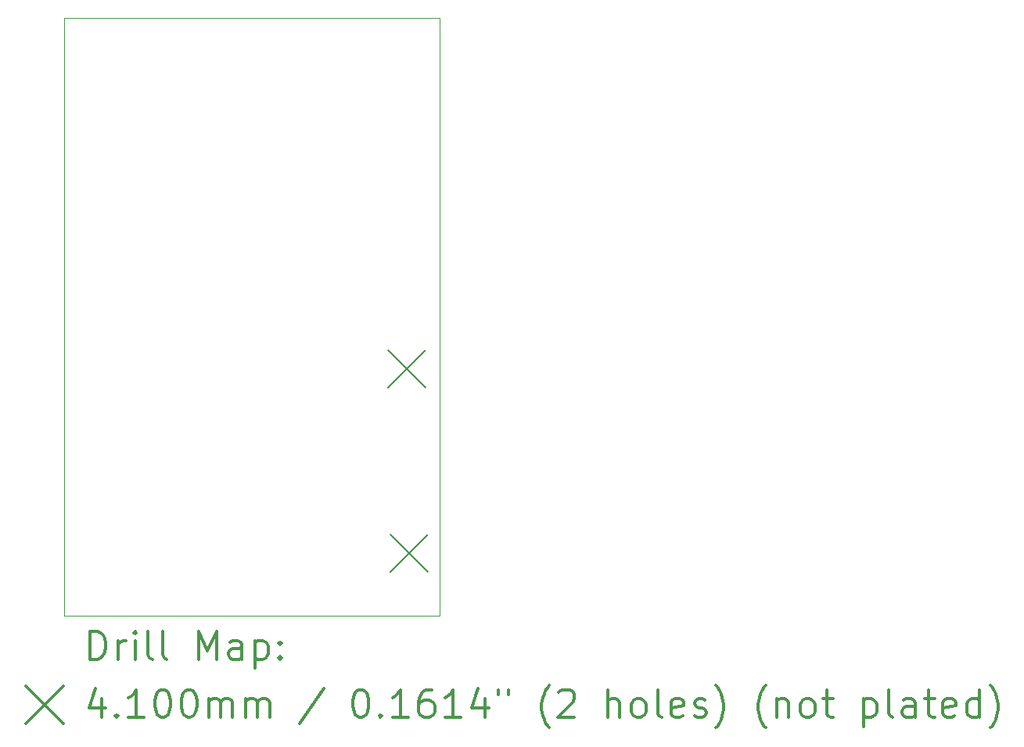
<source format=gbr>
%FSLAX45Y45*%
G04 Gerber Fmt 4.5, Leading zero omitted, Abs format (unit mm)*
G04 Created by KiCad (PCBNEW (5.1.10-1-10_14)) date 2021-12-03 14:09:28*
%MOMM*%
%LPD*%
G01*
G04 APERTURE LIST*
%TA.AperFunction,Profile*%
%ADD10C,0.050000*%
%TD*%
%ADD11C,0.200000*%
%ADD12C,0.300000*%
G04 APERTURE END LIST*
D10*
X12827000Y-2667000D02*
X12827000Y-9144000D01*
X16891000Y-2667000D02*
X16891000Y-9144000D01*
X12827000Y-2667000D02*
X16891000Y-2667000D01*
X16891000Y-9144000D02*
X12827000Y-9144000D01*
D11*
X16335000Y-6259500D02*
X16745000Y-6669500D01*
X16745000Y-6259500D02*
X16335000Y-6669500D01*
X16360000Y-8259500D02*
X16770000Y-8669500D01*
X16770000Y-8259500D02*
X16360000Y-8669500D01*
D12*
X13110928Y-9612214D02*
X13110928Y-9312214D01*
X13182357Y-9312214D01*
X13225214Y-9326500D01*
X13253786Y-9355072D01*
X13268071Y-9383643D01*
X13282357Y-9440786D01*
X13282357Y-9483643D01*
X13268071Y-9540786D01*
X13253786Y-9569357D01*
X13225214Y-9597929D01*
X13182357Y-9612214D01*
X13110928Y-9612214D01*
X13410928Y-9612214D02*
X13410928Y-9412214D01*
X13410928Y-9469357D02*
X13425214Y-9440786D01*
X13439500Y-9426500D01*
X13468071Y-9412214D01*
X13496643Y-9412214D01*
X13596643Y-9612214D02*
X13596643Y-9412214D01*
X13596643Y-9312214D02*
X13582357Y-9326500D01*
X13596643Y-9340786D01*
X13610928Y-9326500D01*
X13596643Y-9312214D01*
X13596643Y-9340786D01*
X13782357Y-9612214D02*
X13753786Y-9597929D01*
X13739500Y-9569357D01*
X13739500Y-9312214D01*
X13939500Y-9612214D02*
X13910928Y-9597929D01*
X13896643Y-9569357D01*
X13896643Y-9312214D01*
X14282357Y-9612214D02*
X14282357Y-9312214D01*
X14382357Y-9526500D01*
X14482357Y-9312214D01*
X14482357Y-9612214D01*
X14753786Y-9612214D02*
X14753786Y-9455072D01*
X14739500Y-9426500D01*
X14710928Y-9412214D01*
X14653786Y-9412214D01*
X14625214Y-9426500D01*
X14753786Y-9597929D02*
X14725214Y-9612214D01*
X14653786Y-9612214D01*
X14625214Y-9597929D01*
X14610928Y-9569357D01*
X14610928Y-9540786D01*
X14625214Y-9512214D01*
X14653786Y-9497929D01*
X14725214Y-9497929D01*
X14753786Y-9483643D01*
X14896643Y-9412214D02*
X14896643Y-9712214D01*
X14896643Y-9426500D02*
X14925214Y-9412214D01*
X14982357Y-9412214D01*
X15010928Y-9426500D01*
X15025214Y-9440786D01*
X15039500Y-9469357D01*
X15039500Y-9555072D01*
X15025214Y-9583643D01*
X15010928Y-9597929D01*
X14982357Y-9612214D01*
X14925214Y-9612214D01*
X14896643Y-9597929D01*
X15168071Y-9583643D02*
X15182357Y-9597929D01*
X15168071Y-9612214D01*
X15153786Y-9597929D01*
X15168071Y-9583643D01*
X15168071Y-9612214D01*
X15168071Y-9426500D02*
X15182357Y-9440786D01*
X15168071Y-9455072D01*
X15153786Y-9440786D01*
X15168071Y-9426500D01*
X15168071Y-9455072D01*
X12414500Y-9901500D02*
X12824500Y-10311500D01*
X12824500Y-9901500D02*
X12414500Y-10311500D01*
X13239500Y-10042214D02*
X13239500Y-10242214D01*
X13168071Y-9927929D02*
X13096643Y-10142214D01*
X13282357Y-10142214D01*
X13396643Y-10213643D02*
X13410928Y-10227929D01*
X13396643Y-10242214D01*
X13382357Y-10227929D01*
X13396643Y-10213643D01*
X13396643Y-10242214D01*
X13696643Y-10242214D02*
X13525214Y-10242214D01*
X13610928Y-10242214D02*
X13610928Y-9942214D01*
X13582357Y-9985072D01*
X13553786Y-10013643D01*
X13525214Y-10027929D01*
X13882357Y-9942214D02*
X13910928Y-9942214D01*
X13939500Y-9956500D01*
X13953786Y-9970786D01*
X13968071Y-9999357D01*
X13982357Y-10056500D01*
X13982357Y-10127929D01*
X13968071Y-10185072D01*
X13953786Y-10213643D01*
X13939500Y-10227929D01*
X13910928Y-10242214D01*
X13882357Y-10242214D01*
X13853786Y-10227929D01*
X13839500Y-10213643D01*
X13825214Y-10185072D01*
X13810928Y-10127929D01*
X13810928Y-10056500D01*
X13825214Y-9999357D01*
X13839500Y-9970786D01*
X13853786Y-9956500D01*
X13882357Y-9942214D01*
X14168071Y-9942214D02*
X14196643Y-9942214D01*
X14225214Y-9956500D01*
X14239500Y-9970786D01*
X14253786Y-9999357D01*
X14268071Y-10056500D01*
X14268071Y-10127929D01*
X14253786Y-10185072D01*
X14239500Y-10213643D01*
X14225214Y-10227929D01*
X14196643Y-10242214D01*
X14168071Y-10242214D01*
X14139500Y-10227929D01*
X14125214Y-10213643D01*
X14110928Y-10185072D01*
X14096643Y-10127929D01*
X14096643Y-10056500D01*
X14110928Y-9999357D01*
X14125214Y-9970786D01*
X14139500Y-9956500D01*
X14168071Y-9942214D01*
X14396643Y-10242214D02*
X14396643Y-10042214D01*
X14396643Y-10070786D02*
X14410928Y-10056500D01*
X14439500Y-10042214D01*
X14482357Y-10042214D01*
X14510928Y-10056500D01*
X14525214Y-10085072D01*
X14525214Y-10242214D01*
X14525214Y-10085072D02*
X14539500Y-10056500D01*
X14568071Y-10042214D01*
X14610928Y-10042214D01*
X14639500Y-10056500D01*
X14653786Y-10085072D01*
X14653786Y-10242214D01*
X14796643Y-10242214D02*
X14796643Y-10042214D01*
X14796643Y-10070786D02*
X14810928Y-10056500D01*
X14839500Y-10042214D01*
X14882357Y-10042214D01*
X14910928Y-10056500D01*
X14925214Y-10085072D01*
X14925214Y-10242214D01*
X14925214Y-10085072D02*
X14939500Y-10056500D01*
X14968071Y-10042214D01*
X15010928Y-10042214D01*
X15039500Y-10056500D01*
X15053786Y-10085072D01*
X15053786Y-10242214D01*
X15639500Y-9927929D02*
X15382357Y-10313643D01*
X16025214Y-9942214D02*
X16053786Y-9942214D01*
X16082357Y-9956500D01*
X16096643Y-9970786D01*
X16110928Y-9999357D01*
X16125214Y-10056500D01*
X16125214Y-10127929D01*
X16110928Y-10185072D01*
X16096643Y-10213643D01*
X16082357Y-10227929D01*
X16053786Y-10242214D01*
X16025214Y-10242214D01*
X15996643Y-10227929D01*
X15982357Y-10213643D01*
X15968071Y-10185072D01*
X15953786Y-10127929D01*
X15953786Y-10056500D01*
X15968071Y-9999357D01*
X15982357Y-9970786D01*
X15996643Y-9956500D01*
X16025214Y-9942214D01*
X16253786Y-10213643D02*
X16268071Y-10227929D01*
X16253786Y-10242214D01*
X16239500Y-10227929D01*
X16253786Y-10213643D01*
X16253786Y-10242214D01*
X16553786Y-10242214D02*
X16382357Y-10242214D01*
X16468071Y-10242214D02*
X16468071Y-9942214D01*
X16439500Y-9985072D01*
X16410928Y-10013643D01*
X16382357Y-10027929D01*
X16810928Y-9942214D02*
X16753786Y-9942214D01*
X16725214Y-9956500D01*
X16710928Y-9970786D01*
X16682357Y-10013643D01*
X16668071Y-10070786D01*
X16668071Y-10185072D01*
X16682357Y-10213643D01*
X16696643Y-10227929D01*
X16725214Y-10242214D01*
X16782357Y-10242214D01*
X16810928Y-10227929D01*
X16825214Y-10213643D01*
X16839500Y-10185072D01*
X16839500Y-10113643D01*
X16825214Y-10085072D01*
X16810928Y-10070786D01*
X16782357Y-10056500D01*
X16725214Y-10056500D01*
X16696643Y-10070786D01*
X16682357Y-10085072D01*
X16668071Y-10113643D01*
X17125214Y-10242214D02*
X16953786Y-10242214D01*
X17039500Y-10242214D02*
X17039500Y-9942214D01*
X17010928Y-9985072D01*
X16982357Y-10013643D01*
X16953786Y-10027929D01*
X17382357Y-10042214D02*
X17382357Y-10242214D01*
X17310928Y-9927929D02*
X17239500Y-10142214D01*
X17425214Y-10142214D01*
X17525214Y-9942214D02*
X17525214Y-9999357D01*
X17639500Y-9942214D02*
X17639500Y-9999357D01*
X18082357Y-10356500D02*
X18068071Y-10342214D01*
X18039500Y-10299357D01*
X18025214Y-10270786D01*
X18010928Y-10227929D01*
X17996643Y-10156500D01*
X17996643Y-10099357D01*
X18010928Y-10027929D01*
X18025214Y-9985072D01*
X18039500Y-9956500D01*
X18068071Y-9913643D01*
X18082357Y-9899357D01*
X18182357Y-9970786D02*
X18196643Y-9956500D01*
X18225214Y-9942214D01*
X18296643Y-9942214D01*
X18325214Y-9956500D01*
X18339500Y-9970786D01*
X18353786Y-9999357D01*
X18353786Y-10027929D01*
X18339500Y-10070786D01*
X18168071Y-10242214D01*
X18353786Y-10242214D01*
X18710928Y-10242214D02*
X18710928Y-9942214D01*
X18839500Y-10242214D02*
X18839500Y-10085072D01*
X18825214Y-10056500D01*
X18796643Y-10042214D01*
X18753786Y-10042214D01*
X18725214Y-10056500D01*
X18710928Y-10070786D01*
X19025214Y-10242214D02*
X18996643Y-10227929D01*
X18982357Y-10213643D01*
X18968071Y-10185072D01*
X18968071Y-10099357D01*
X18982357Y-10070786D01*
X18996643Y-10056500D01*
X19025214Y-10042214D01*
X19068071Y-10042214D01*
X19096643Y-10056500D01*
X19110928Y-10070786D01*
X19125214Y-10099357D01*
X19125214Y-10185072D01*
X19110928Y-10213643D01*
X19096643Y-10227929D01*
X19068071Y-10242214D01*
X19025214Y-10242214D01*
X19296643Y-10242214D02*
X19268071Y-10227929D01*
X19253786Y-10199357D01*
X19253786Y-9942214D01*
X19525214Y-10227929D02*
X19496643Y-10242214D01*
X19439500Y-10242214D01*
X19410928Y-10227929D01*
X19396643Y-10199357D01*
X19396643Y-10085072D01*
X19410928Y-10056500D01*
X19439500Y-10042214D01*
X19496643Y-10042214D01*
X19525214Y-10056500D01*
X19539500Y-10085072D01*
X19539500Y-10113643D01*
X19396643Y-10142214D01*
X19653786Y-10227929D02*
X19682357Y-10242214D01*
X19739500Y-10242214D01*
X19768071Y-10227929D01*
X19782357Y-10199357D01*
X19782357Y-10185072D01*
X19768071Y-10156500D01*
X19739500Y-10142214D01*
X19696643Y-10142214D01*
X19668071Y-10127929D01*
X19653786Y-10099357D01*
X19653786Y-10085072D01*
X19668071Y-10056500D01*
X19696643Y-10042214D01*
X19739500Y-10042214D01*
X19768071Y-10056500D01*
X19882357Y-10356500D02*
X19896643Y-10342214D01*
X19925214Y-10299357D01*
X19939500Y-10270786D01*
X19953786Y-10227929D01*
X19968071Y-10156500D01*
X19968071Y-10099357D01*
X19953786Y-10027929D01*
X19939500Y-9985072D01*
X19925214Y-9956500D01*
X19896643Y-9913643D01*
X19882357Y-9899357D01*
X20425214Y-10356500D02*
X20410928Y-10342214D01*
X20382357Y-10299357D01*
X20368071Y-10270786D01*
X20353786Y-10227929D01*
X20339500Y-10156500D01*
X20339500Y-10099357D01*
X20353786Y-10027929D01*
X20368071Y-9985072D01*
X20382357Y-9956500D01*
X20410928Y-9913643D01*
X20425214Y-9899357D01*
X20539500Y-10042214D02*
X20539500Y-10242214D01*
X20539500Y-10070786D02*
X20553786Y-10056500D01*
X20582357Y-10042214D01*
X20625214Y-10042214D01*
X20653786Y-10056500D01*
X20668071Y-10085072D01*
X20668071Y-10242214D01*
X20853786Y-10242214D02*
X20825214Y-10227929D01*
X20810928Y-10213643D01*
X20796643Y-10185072D01*
X20796643Y-10099357D01*
X20810928Y-10070786D01*
X20825214Y-10056500D01*
X20853786Y-10042214D01*
X20896643Y-10042214D01*
X20925214Y-10056500D01*
X20939500Y-10070786D01*
X20953786Y-10099357D01*
X20953786Y-10185072D01*
X20939500Y-10213643D01*
X20925214Y-10227929D01*
X20896643Y-10242214D01*
X20853786Y-10242214D01*
X21039500Y-10042214D02*
X21153786Y-10042214D01*
X21082357Y-9942214D02*
X21082357Y-10199357D01*
X21096643Y-10227929D01*
X21125214Y-10242214D01*
X21153786Y-10242214D01*
X21482357Y-10042214D02*
X21482357Y-10342214D01*
X21482357Y-10056500D02*
X21510928Y-10042214D01*
X21568071Y-10042214D01*
X21596643Y-10056500D01*
X21610928Y-10070786D01*
X21625214Y-10099357D01*
X21625214Y-10185072D01*
X21610928Y-10213643D01*
X21596643Y-10227929D01*
X21568071Y-10242214D01*
X21510928Y-10242214D01*
X21482357Y-10227929D01*
X21796643Y-10242214D02*
X21768071Y-10227929D01*
X21753786Y-10199357D01*
X21753786Y-9942214D01*
X22039500Y-10242214D02*
X22039500Y-10085072D01*
X22025214Y-10056500D01*
X21996643Y-10042214D01*
X21939500Y-10042214D01*
X21910928Y-10056500D01*
X22039500Y-10227929D02*
X22010928Y-10242214D01*
X21939500Y-10242214D01*
X21910928Y-10227929D01*
X21896643Y-10199357D01*
X21896643Y-10170786D01*
X21910928Y-10142214D01*
X21939500Y-10127929D01*
X22010928Y-10127929D01*
X22039500Y-10113643D01*
X22139500Y-10042214D02*
X22253786Y-10042214D01*
X22182357Y-9942214D02*
X22182357Y-10199357D01*
X22196643Y-10227929D01*
X22225214Y-10242214D01*
X22253786Y-10242214D01*
X22468071Y-10227929D02*
X22439500Y-10242214D01*
X22382357Y-10242214D01*
X22353786Y-10227929D01*
X22339500Y-10199357D01*
X22339500Y-10085072D01*
X22353786Y-10056500D01*
X22382357Y-10042214D01*
X22439500Y-10042214D01*
X22468071Y-10056500D01*
X22482357Y-10085072D01*
X22482357Y-10113643D01*
X22339500Y-10142214D01*
X22739500Y-10242214D02*
X22739500Y-9942214D01*
X22739500Y-10227929D02*
X22710928Y-10242214D01*
X22653786Y-10242214D01*
X22625214Y-10227929D01*
X22610928Y-10213643D01*
X22596643Y-10185072D01*
X22596643Y-10099357D01*
X22610928Y-10070786D01*
X22625214Y-10056500D01*
X22653786Y-10042214D01*
X22710928Y-10042214D01*
X22739500Y-10056500D01*
X22853786Y-10356500D02*
X22868071Y-10342214D01*
X22896643Y-10299357D01*
X22910928Y-10270786D01*
X22925214Y-10227929D01*
X22939500Y-10156500D01*
X22939500Y-10099357D01*
X22925214Y-10027929D01*
X22910928Y-9985072D01*
X22896643Y-9956500D01*
X22868071Y-9913643D01*
X22853786Y-9899357D01*
M02*

</source>
